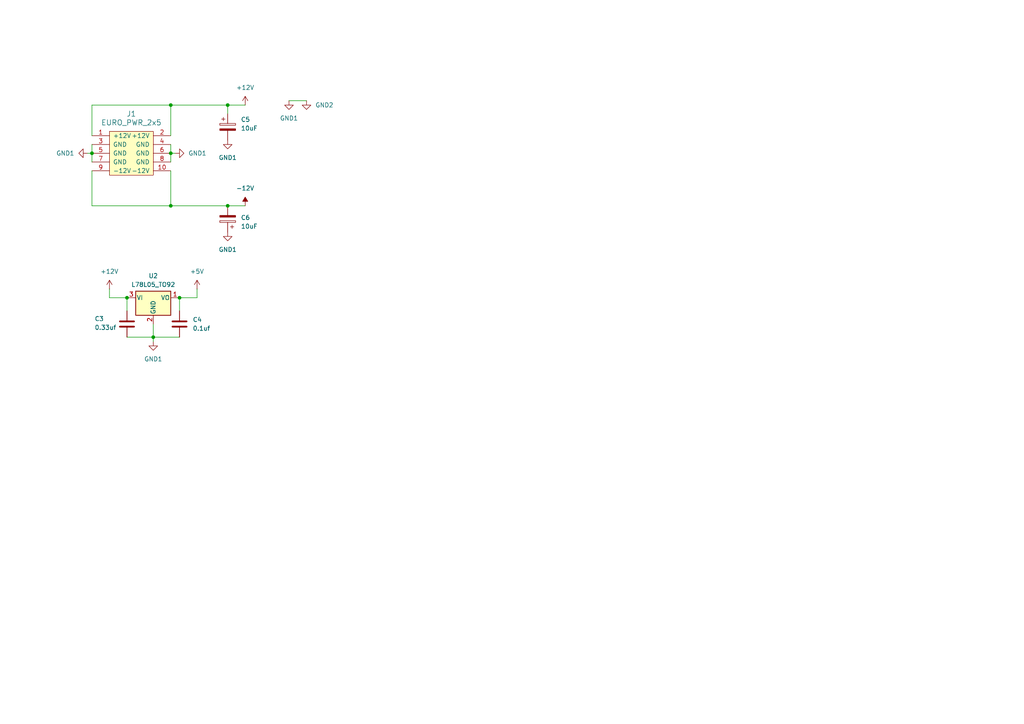
<source format=kicad_sch>
(kicad_sch (version 20231120) (generator "eeschema") (generator_version "8.0")
  (paper "A4")
  (lib_symbols
    (symbol "Device:C" (pin_numbers hide) (pin_names (offset 0.254))
      (property "Reference" "C" (at 0.635 2.54 0))
      (property "Value" "C" (at 0.635 -2.54 0))
      (symbol "C_0_1"
        (polyline (pts (xy -2.032 -0.762) (xy 2.032 -0.762)) (stroke (width 0.508)))
        (polyline (pts (xy -2.032 0.762) (xy 2.032 0.762)) (stroke (width 0.508)))
      )
      (symbol "C_1_1"
        (pin passive line (at 0 3.81 270) (length 2.794) (name "~") (number "1"))
        (pin passive line (at 0 -3.81 90) (length 2.794) (name "~") (number "2"))
      )
    )
    (symbol "Device:C_Polarized" (pin_numbers hide) (pin_names (offset 0.254))
      (property "Reference" "C" (at 0.635 2.54 0))
      (property "Value" "C_Polarized" (at 0.635 -2.54 0))
      (symbol "C_Polarized_0_1"
        (rectangle (start -2.286 0.508) (end 2.286 1.016))
        (polyline (pts (xy -1.778 2.286) (xy -0.762 2.286)))
        (polyline (pts (xy -1.27 2.794) (xy -1.27 1.778)))
        (rectangle (start 2.286 -0.508) (end -2.286 -1.016) (fill (type outline)))
      )
      (symbol "C_Polarized_1_1"
        (pin passive line (at 0 3.81 270) (length 2.794) (name "~") (number "1"))
        (pin passive line (at 0 -3.81 90) (length 2.794) (name "~") (number "2"))
      )
    )
    (symbol "Regulator_Linear:L78L05_TO92" (pin_names (offset 0.254))
      (property "Reference" "U" (at -3.81 3.175 0))
      (property "Value" "L78L05_TO92" (at 0 3.175 0))
      (symbol "L78L05_TO92_0_1"
        (rectangle (start -5.08 -5.08) (end 5.08 1.905) (stroke (width 0.254)) (fill (type background)))
      )
      (symbol "L78L05_TO92_1_1"
        (pin power_out line (at 7.62 0 180) (length 2.54) (name "VO") (number "1"))
        (pin power_in line (at 0 -7.62 90) (length 2.54) (name "GND") (number "2"))
        (pin power_in line (at -7.62 0 0) (length 2.54) (name "VI") (number "3"))
      )
    )
    (symbol "eurocad:EURO_PWR_2x5" (pin_names (offset 1.016))
      (property "Reference" "J" (at 0 -7.62 0))
      (property "Value" "EURO_PWR_2x5" (at 0 7.62 0))
      (symbol "EURO_PWR_2x5_0_1"
        (rectangle (start -6.35 6.35) (end 6.35 -6.35) (fill (type background)))
      )
      (symbol "EURO_PWR_2x5_1_1"
        (pin power_in line (at -11.43 5.08 0) (length 5.08) (name "+12V") (number "1"))
        (pin power_in line (at 11.43 -5.08 180) (length 5.08) (name "-12V") (number "10"))
        (pin power_in line (at 11.43 5.08 180) (length 5.08) (name "+12V") (number "2"))
        (pin power_in line (at -11.43 2.54 0) (length 5.08) (name "GND") (number "3"))
        (pin power_in line (at 11.43 2.54 180) (length 5.08) (name "GND") (number "4"))
        (pin power_in line (at -11.43 0 0) (length 5.08) (name "GND") (number "5"))
        (pin power_in line (at 11.43 0 180) (length 5.08) (name "GND") (number "6"))
        (pin power_in line (at -11.43 -2.54 0) (length 5.08) (name "GND") (number "7"))
        (pin power_in line (at 11.43 -2.54 180) (length 5.08) (name "GND") (number "8"))
        (pin power_in line (at -11.43 -5.08 0) (length 5.08) (name "-12V") (number "9"))
      )
    )
    (symbol "power:+12V" (power) (pin_numbers hide) (pin_names (offset 0) hide)
      (property "Value" "+12V" (at 0 3.556 0))
      (symbol "+12V_0_1"
        (polyline (pts (xy -0.762 1.27) (xy 0 2.54)))
        (polyline (pts (xy 0 0) (xy 0 2.54)))
        (polyline (pts (xy 0 2.54) (xy 0.762 1.27)))
      )
      (symbol "+12V_1_1"
        (pin power_in line (at 0 0 90) (length 0) (name "~") (number "1"))
      )
    )
    (symbol "power:+5V" (power) (pin_numbers hide) (pin_names (offset 0) hide)
      (property "Value" "+5V" (at 0 3.556 0))
      (symbol "+5V_0_1"
        (polyline (pts (xy -0.762 1.27) (xy 0 2.54)))
        (polyline (pts (xy 0 0) (xy 0 2.54)))
        (polyline (pts (xy 0 2.54) (xy 0.762 1.27)))
      )
      (symbol "+5V_1_1"
        (pin power_in line (at 0 0 90) (length 0) (name "~") (number "1"))
      )
    )
    (symbol "power:-12V" (power) (pin_numbers hide) (pin_names (offset 0) hide)
      (property "Value" "-12V" (at 0 3.556 0))
      (symbol "-12V_0_0"
        (pin power_in line (at 0 0 90) (length 0) (name "~") (number "1"))
      )
      (symbol "-12V_0_1"
        (polyline (pts (xy 0 0) (xy 0 1.27) (xy 0.762 1.27) (xy 0 2.54) (xy -0.762 1.27) (xy 0 1.27)) (fill (type outline)))
      )
    )
    (symbol "power:GND1" (power) (pin_numbers hide) (pin_names (offset 0) hide)
      (property "Value" "GND1" (at 0 -3.81 0))
      (symbol "GND1_0_1"
        (polyline (pts (xy 0 0) (xy 0 -1.27) (xy 1.27 -1.27) (xy 0 -2.54) (xy -1.27 -1.27) (xy 0 -1.27)))
      )
      (symbol "GND1_1_1"
        (pin power_in line (at 0 0 270) (length 0) (name "~") (number "1"))
      )
    )
    (symbol "power:GND2" (power) (pin_numbers hide) (pin_names (offset 0) hide)
      (property "Value" "GND2" (at 0 -3.81 0))
      (symbol "GND2_0_1"
        (polyline (pts (xy 0 0) (xy 0 -1.27) (xy 1.27 -1.27) (xy 0 -2.54) (xy -1.27 -1.27) (xy 0 -1.27)))
      )
      (symbol "GND2_1_1"
        (pin power_in line (at 0 0 270) (length 0) (name "~") (number "1"))
      )
    )
  )
  (junction (at 49.53 30.48))
  (junction (at 26.67 44.45))
  (junction (at 36.83 86.36))
  (junction (at 66.04 30.48))
  (junction (at 49.53 44.45))
  (junction (at 66.04 59.69))
  (junction (at 52.07 86.36))
  (junction (at 49.53 59.69))
  (junction (at 44.45 97.79))
  (wire (pts (xy 36.83 86.36) (xy 36.83 90.17)))
  (wire (pts (xy 49.53 59.69) (xy 66.04 59.69)))
  (wire (pts (xy 49.53 30.48) (xy 66.04 30.48)))
  (wire (pts (xy 44.45 97.79) (xy 52.07 97.79)))
  (wire (pts (xy 49.53 41.91) (xy 49.53 44.45)))
  (wire (pts (xy 26.67 44.45) (xy 26.67 46.99)))
  (wire (pts (xy 26.67 49.53) (xy 26.67 59.69)))
  (wire (pts (xy 26.67 44.45) (xy 25.4 44.45)))
  (wire (pts (xy 36.83 97.79) (xy 44.45 97.79)))
  (wire (pts (xy 49.53 39.37) (xy 49.53 30.48)))
  (wire (pts (xy 44.45 97.79) (xy 44.45 93.98)))
  (wire (pts (xy 57.15 86.36) (xy 57.15 83.82)))
  (wire (pts (xy 44.45 99.06) (xy 44.45 97.79)))
  (wire (pts (xy 26.67 41.91) (xy 26.67 44.45)))
  (wire (pts (xy 66.04 30.48) (xy 66.04 33.02)))
  (wire (pts (xy 57.15 86.36) (xy 52.07 86.36)))
  (wire (pts (xy 83.82 29.21) (xy 88.9 29.21)))
  (wire (pts (xy 26.67 30.48) (xy 49.53 30.48)))
  (wire (pts (xy 50.8 44.45) (xy 49.53 44.45)))
  (wire (pts (xy 31.75 86.36) (xy 36.83 86.36)))
  (wire (pts (xy 26.67 59.69) (xy 49.53 59.69)))
  (wire (pts (xy 66.04 59.69) (xy 71.12 59.69)))
  (wire (pts (xy 66.04 30.48) (xy 71.12 30.48)))
  (wire (pts (xy 31.75 83.82) (xy 31.75 86.36)))
  (wire (pts (xy 49.53 49.53) (xy 49.53 59.69)))
  (wire (pts (xy 52.07 86.36) (xy 52.07 90.17)))
  (wire (pts (xy 26.67 39.37) (xy 26.67 30.48)))
  (wire (pts (xy 49.53 44.45) (xy 49.53 46.99)))
  (symbol (lib_id "Device:C") (at 52.07 93.98 0) (unit 1)
    (property "Reference" "C4" (at 55.88 92.7099 0) (effects (justify left)))
    (property "Value" "0.1uf" (at 55.88 95.2499 0) (effects (justify left)))
    (property "Footprint" "Capacitor_SMD:C_0603_1608Metric_Pad1.08x0.95mm_HandSolder" (effects (hide yes)))
    (property "Description" "Unpolarized capacitor" (effects (hide yes)))
  )
  (symbol (lib_id "power:GND1") (at 66.04 67.31 0) (unit 1)
    (property "Reference" "#PWR016" (effects (hide yes)))
    (property "Value" "GND1" (at 66.04 72.39 0))
    (property "Description" "Power symbol creates a global label with name \"GND1\" , ground" (effects (hide yes)))
  )
  (symbol (lib_id "power:GND1") (at 44.45 99.06 0) (unit 1)
    (property "Reference" "#PWR010" (effects (hide yes)))
    (property "Value" "GND1" (at 44.45 104.14 0))
    (property "Description" "Power symbol creates a global label with name \"GND1\" , ground" (effects (hide yes)))
  )
  (symbol (lib_id "power:+5V") (at 57.15 83.82 0) (unit 1)
    (property "Reference" "#PWR013" (effects (hide yes)))
    (property "Value" "+5V" (at 57.15 78.74 0))
    (property "Description" "Power symbol creates a global label with name \"+5V\"" (effects (hide yes)))
  )
  (symbol (lib_id "power:+12V") (at 31.75 83.82 0) (unit 1)
    (property "Reference" "#PWR04" (effects (hide yes)))
    (property "Value" "+12V" (at 31.75 78.74 0))
    (property "Description" "Power symbol creates a global label with name \"+12V\"" (effects (hide yes)))
  )
  (symbol (lib_id "eurocad:EURO_PWR_2x5") (at 38.1 44.45 0) (unit 1)
    (property "Reference" "J1" (at 38.1 33.02 0) (effects (font (size 1.524 1.524))))
    (property "Value" "EURO_PWR_2x5" (at 38.1 35.56 0) (effects (font (size 1.524 1.524))))
    (property "Footprint" "KitsBlips:Pins_2x05_2.54mm_TH_Europower_shrouded" (effects (hide yes)))
  )
  (symbol (lib_id "Device:C_Polarized") (at 66.04 63.5 180) (unit 1)
    (property "Reference" "C6" (at 69.85 63.1189 0) (effects (justify right)))
    (property "Value" "10uF" (at 69.85 65.6589 0) (effects (justify right)))
    (property "Footprint" "Capacitor_SMD:C_0603_1608Metric_Pad1.08x0.95mm_HandSolder" (effects (hide yes)))
    (property "Description" "Polarized capacitor" (effects (hide yes)))
  )
  (symbol (lib_id "Device:C") (at 36.83 93.98 0) (unit 1)
    (property "Reference" "C3" (at 27.432 92.456 0) (effects (justify left)))
    (property "Value" "0.33uf" (at 27.432 94.996 0) (effects (justify left)))
    (property "Footprint" "Capacitor_SMD:C_0603_1608Metric_Pad1.08x0.95mm_HandSolder" (effects (hide yes)))
    (property "Description" "Unpolarized capacitor" (effects (hide yes)))
  )
  (symbol (lib_id "power:-12V") (at 71.12 59.69 0) (unit 1)
    (property "Reference" "#PWR018" (effects (hide yes)))
    (property "Value" "-12V" (at 71.12 54.61 0))
    (property "Description" "Power symbol creates a global label with name \"-12V\"" (effects (hide yes)))
  )
  (symbol (lib_id "power:GND2") (at 88.9 29.21 0) (unit 1)
    (property "Reference" "#PWR020" (effects (hide yes)))
    (property "Value" "GND2" (at 91.44 30.4799 0) (effects (justify left)))
    (property "Description" "Power symbol creates a global label with name \"GND2\" , ground" (effects (hide yes)))
  )
  (symbol (lib_id "power:GND1") (at 25.4 44.45 270) (unit 1)
    (property "Reference" "#PWR02" (effects (hide yes)))
    (property "Value" "GND1" (at 21.59 44.4499 90) (effects (justify right)))
    (property "Description" "Power symbol creates a global label with name \"GND1\" , ground" (effects (hide yes)))
  )
  (symbol (lib_id "power:GND1") (at 50.8 44.45 90) (unit 1)
    (property "Reference" "#PWR011" (effects (hide yes)))
    (property "Value" "GND1" (at 54.61 44.4499 90) (effects (justify right)))
    (property "Description" "Power symbol creates a global label with name \"GND1\" , ground" (effects (hide yes)))
  )
  (symbol (lib_id "power:GND1") (at 83.82 29.21 0) (unit 1)
    (property "Reference" "#PWR019" (effects (hide yes)))
    (property "Value" "GND1" (at 83.82 34.29 0))
    (property "Description" "Power symbol creates a global label with name \"GND1\" , ground" (effects (hide yes)))
  )
  (symbol (lib_id "Regulator_Linear:L78L05_TO92") (at 44.45 86.36 0) (unit 1)
    (property "Reference" "U2" (at 44.45 80.01 0))
    (property "Value" "L78L05_TO92" (at 44.45 82.55 0))
    (property "Footprint" "Package_TO_SOT_THT:TO-92_Inline" (effects (hide yes)))
    (property "Datasheet" "http://www.st.com/content/ccc/resource/technical/document/datasheet/15/55/e5/aa/23/5b/43/fd/CD00000446.pdf/files/CD00000446.pdf/jcr:content/translations/en.CD00000446.pdf" (effects (hide yes)))
    (property "Description" "Positive 100mA 30V Linear Regulator, Fixed Output 5V, TO-92" (effects (hide yes)))
  )
  (symbol (lib_id "Device:C_Polarized") (at 66.04 36.83 0) (unit 1)
    (property "Reference" "C5" (at 69.85 34.6709 0) (effects (justify left)))
    (property "Value" "10uF" (at 69.85 37.2109 0) (effects (justify left)))
    (property "Footprint" "Capacitor_SMD:C_0603_1608Metric_Pad1.08x0.95mm_HandSolder" (effects (hide yes)))
    (property "Description" "Polarized capacitor" (effects (hide yes)))
  )
  (symbol (lib_id "power:+12V") (at 71.12 30.48 0) (unit 1)
    (property "Reference" "#PWR017" (effects (hide yes)))
    (property "Value" "+12V" (at 71.12 25.4 0))
    (property "Description" "Power symbol creates a global label with name \"+12V\"" (effects (hide yes)))
  )
  (symbol (lib_id "power:GND1") (at 66.04 40.64 0) (unit 1)
    (property "Reference" "#PWR015" (effects (hide yes)))
    (property "Value" "GND1" (at 66.04 45.72 0))
    (property "Description" "Power symbol creates a global label with name \"GND1\" , ground" (effects (hide yes)))
  )
)
</source>
